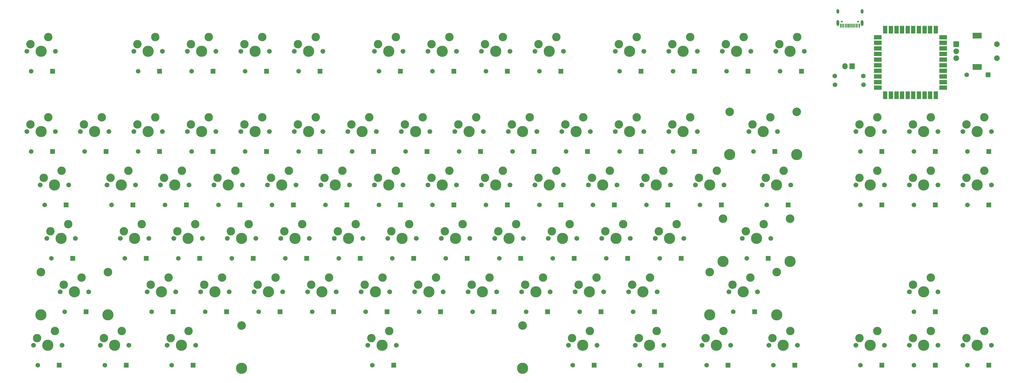
<source format=gbr>
%TF.GenerationSoftware,KiCad,Pcbnew,7.0.2-0*%
%TF.CreationDate,2024-03-15T16:03:43-04:00*%
%TF.ProjectId,75Dash_PCB,37354461-7368-45f5-9043-422e6b696361,rev?*%
%TF.SameCoordinates,Original*%
%TF.FileFunction,Soldermask,Top*%
%TF.FilePolarity,Negative*%
%FSLAX46Y46*%
G04 Gerber Fmt 4.6, Leading zero omitted, Abs format (unit mm)*
G04 Created by KiCad (PCBNEW 7.0.2-0) date 2024-03-15 16:03:43*
%MOMM*%
%LPD*%
G01*
G04 APERTURE LIST*
%ADD10C,1.701800*%
%ADD11C,3.000000*%
%ADD12C,3.987800*%
%ADD13C,1.651000*%
%ADD14R,1.651000X1.651000*%
%ADD15C,3.048000*%
%ADD16C,0.650000*%
%ADD17R,0.600000X1.450000*%
%ADD18R,0.300000X1.450000*%
%ADD19O,1.000000X2.100000*%
%ADD20O,1.000000X1.600000*%
%ADD21R,2.800000X1.500000*%
%ADD22C,1.350000*%
%ADD23O,1.350000X1.350000*%
%ADD24R,1.500000X2.800000*%
%ADD25O,1.905000X2.159000*%
%ADD26R,1.905000X2.159000*%
%ADD27R,2.000000X2.000000*%
%ADD28C,2.000000*%
%ADD29R,3.200000X2.000000*%
G04 APERTURE END LIST*
D10*
%TO.C,MX64*%
X102108000Y-110807500D03*
D11*
X103378000Y-108267500D03*
D12*
X107188000Y-110807500D03*
D11*
X109728000Y-105727500D03*
D10*
X112268000Y-110807500D03*
%TD*%
%TO.C,MX40*%
X202120500Y-72707500D03*
D11*
X203390500Y-70167500D03*
D12*
X207200500Y-72707500D03*
D11*
X209740500Y-67627500D03*
D10*
X212280500Y-72707500D03*
%TD*%
%TO.C,MX19*%
X116395500Y-53657500D03*
D11*
X117665500Y-51117500D03*
D12*
X121475500Y-53657500D03*
D11*
X124015500Y-48577500D03*
D10*
X126555500Y-53657500D03*
%TD*%
D13*
%TO.C,D53*%
X132270500Y-98901250D03*
D14*
X139890500Y-98901250D03*
%TD*%
D13*
%TO.C,D15*%
X41783000Y-60801250D03*
D14*
X49403000Y-60801250D03*
%TD*%
D13*
%TO.C,D7*%
X165608000Y-32226250D03*
D14*
X173228000Y-32226250D03*
%TD*%
D10*
%TO.C,MX45*%
X316420500Y-72707500D03*
D11*
X317690500Y-70167500D03*
D12*
X321500500Y-72707500D03*
D11*
X324040500Y-67627500D03*
D10*
X326580500Y-72707500D03*
%TD*%
%TO.C,MX1*%
X21145500Y-25082500D03*
D11*
X22415500Y-22542500D03*
D12*
X26225500Y-25082500D03*
D11*
X28765500Y-20002500D03*
D10*
X31305500Y-25082500D03*
%TD*%
%TO.C,MX16*%
X59245500Y-53657500D03*
D11*
X60515500Y-51117500D03*
D12*
X64325500Y-53657500D03*
D11*
X66865500Y-48577500D03*
D10*
X69405500Y-53657500D03*
%TD*%
D13*
%TO.C,D42*%
X241808000Y-79851250D03*
D14*
X249428000Y-79851250D03*
%TD*%
D10*
%TO.C,MX65*%
X121158000Y-110807500D03*
D11*
X122428000Y-108267500D03*
D12*
X126238000Y-110807500D03*
D11*
X128778000Y-105727500D03*
D10*
X131318000Y-110807500D03*
%TD*%
D13*
%TO.C,D41*%
X222758000Y-79851250D03*
D14*
X230378000Y-79851250D03*
%TD*%
D13*
%TO.C,D83*%
X337058000Y-137001250D03*
D14*
X344678000Y-137001250D03*
%TD*%
D13*
%TO.C,D9*%
X203708000Y-32226250D03*
D14*
X211328000Y-32226250D03*
%TD*%
D10*
%TO.C,MX3*%
X78295500Y-25082500D03*
D11*
X79565500Y-22542500D03*
D12*
X83375500Y-25082500D03*
D11*
X85915500Y-20002500D03*
D10*
X88455500Y-25082500D03*
%TD*%
D13*
%TO.C,D62*%
X65595500Y-117951250D03*
D14*
X73215500Y-117951250D03*
%TD*%
D15*
%TO.C,MX72*%
X264318750Y-103822500D03*
D12*
X264318750Y-119062500D03*
D10*
X271176750Y-110807500D03*
D11*
X272446750Y-108267500D03*
D12*
X276256750Y-110807500D03*
D11*
X278796750Y-105727500D03*
D10*
X281336750Y-110807500D03*
D15*
X288194750Y-103822500D03*
D12*
X288194750Y-119062500D03*
%TD*%
D10*
%TO.C,MX14*%
X21145500Y-53657500D03*
D11*
X22415500Y-51117500D03*
D12*
X26225500Y-53657500D03*
D11*
X28765500Y-48577500D03*
D10*
X31305500Y-53657500D03*
%TD*%
D13*
%TO.C,D39*%
X184658000Y-79851250D03*
D14*
X192278000Y-79851250D03*
%TD*%
D10*
%TO.C,MX75*%
X47339250Y-129857500D03*
D11*
X48609250Y-127317500D03*
D12*
X52419250Y-129857500D03*
D11*
X54959250Y-124777500D03*
D10*
X57499250Y-129857500D03*
%TD*%
%TO.C,MX36*%
X125920500Y-72707500D03*
D11*
X127190500Y-70167500D03*
D12*
X131000500Y-72707500D03*
D11*
X133540500Y-67627500D03*
D10*
X136080500Y-72707500D03*
%TD*%
%TO.C,MX4*%
X97345500Y-25082500D03*
D11*
X98615500Y-22542500D03*
D12*
X102425500Y-25082500D03*
D11*
X104965500Y-20002500D03*
D10*
X107505500Y-25082500D03*
%TD*%
D13*
%TO.C,D54*%
X151320500Y-98901250D03*
D14*
X158940500Y-98901250D03*
%TD*%
D13*
%TO.C,D19*%
X117983000Y-60801250D03*
D14*
X125603000Y-60801250D03*
%TD*%
D13*
%TO.C,D4*%
X98933000Y-32226250D03*
D14*
X106553000Y-32226250D03*
%TD*%
D13*
%TO.C,D6*%
X146558000Y-32226250D03*
D14*
X154178000Y-32226250D03*
%TD*%
D13*
%TO.C,D75*%
X48926750Y-137001250D03*
D14*
X56546750Y-137001250D03*
%TD*%
D13*
%TO.C,R1*%
X308900000Y-33900000D03*
X319060000Y-33900000D03*
%TD*%
D10*
%TO.C,MX58*%
X225933000Y-91757500D03*
D11*
X227203000Y-89217500D03*
D12*
X231013000Y-91757500D03*
D11*
X233553000Y-86677500D03*
D10*
X236093000Y-91757500D03*
%TD*%
%TO.C,MX42*%
X240220500Y-72707500D03*
D11*
X241490500Y-70167500D03*
D12*
X245300500Y-72707500D03*
D11*
X247840500Y-67627500D03*
D10*
X250380500Y-72707500D03*
%TD*%
%TO.C,MX50*%
X73533000Y-91757500D03*
D11*
X74803000Y-89217500D03*
D12*
X78613000Y-91757500D03*
D11*
X81153000Y-86677500D03*
D10*
X83693000Y-91757500D03*
%TD*%
%TO.C,MX47*%
X354520500Y-72707500D03*
D11*
X355790500Y-70167500D03*
D12*
X359600500Y-72707500D03*
D11*
X362140500Y-67627500D03*
D10*
X364680500Y-72707500D03*
%TD*%
D13*
%TO.C,D81*%
X287051750Y-137001250D03*
D14*
X294671750Y-137001250D03*
%TD*%
D10*
%TO.C,MX68*%
X178308000Y-110807500D03*
D11*
X179578000Y-108267500D03*
D12*
X183388000Y-110807500D03*
D11*
X185928000Y-105727500D03*
D10*
X188468000Y-110807500D03*
%TD*%
%TO.C,MX79*%
X237839250Y-129857500D03*
D11*
X239109250Y-127317500D03*
D12*
X242919250Y-129857500D03*
D11*
X245459250Y-124777500D03*
D10*
X247999250Y-129857500D03*
%TD*%
D13*
%TO.C,D52*%
X113220500Y-98901250D03*
D14*
X120840500Y-98901250D03*
%TD*%
D13*
%TO.C,D30*%
X356108000Y-60801250D03*
D14*
X363728000Y-60801250D03*
%TD*%
D10*
%TO.C,MX28*%
X316420500Y-53657500D03*
D11*
X317690500Y-51117500D03*
D12*
X321500500Y-53657500D03*
D11*
X324040500Y-48577500D03*
D10*
X326580500Y-53657500D03*
%TD*%
D13*
%TO.C,D25*%
X232283000Y-60801250D03*
D14*
X239903000Y-60801250D03*
%TD*%
D13*
%TO.C,D63*%
X84645500Y-117951250D03*
D14*
X92265500Y-117951250D03*
%TD*%
D10*
%TO.C,MX71*%
X235458000Y-110807500D03*
D11*
X236728000Y-108267500D03*
D12*
X240538000Y-110807500D03*
D11*
X243078000Y-105727500D03*
D10*
X245618000Y-110807500D03*
%TD*%
D13*
%TO.C,D82*%
X318008000Y-137001250D03*
D14*
X325628000Y-137001250D03*
%TD*%
D10*
%TO.C,MX81*%
X285464250Y-129857500D03*
D11*
X286734250Y-127317500D03*
D12*
X290544250Y-129857500D03*
D11*
X293084250Y-124777500D03*
D10*
X295624250Y-129857500D03*
%TD*%
%TO.C,MX35*%
X106870500Y-72707500D03*
D11*
X108140500Y-70167500D03*
D12*
X111950500Y-72707500D03*
D11*
X114490500Y-67627500D03*
D10*
X117030500Y-72707500D03*
%TD*%
D13*
%TO.C,D66*%
X141795500Y-117951250D03*
D14*
X149415500Y-117951250D03*
%TD*%
D10*
%TO.C,MX59*%
X244983000Y-91757500D03*
D11*
X246253000Y-89217500D03*
D12*
X250063000Y-91757500D03*
D11*
X252603000Y-86677500D03*
D10*
X255143000Y-91757500D03*
%TD*%
D13*
%TO.C,D35*%
X108458000Y-79851250D03*
D14*
X116078000Y-79851250D03*
%TD*%
D10*
%TO.C,MX15*%
X40195500Y-53657500D03*
D11*
X41465500Y-51117500D03*
D12*
X45275500Y-53657500D03*
D11*
X47815500Y-48577500D03*
D10*
X50355500Y-53657500D03*
%TD*%
D13*
%TO.C,D12*%
X270383000Y-32226250D03*
D14*
X278003000Y-32226250D03*
%TD*%
D10*
%TO.C,MX6*%
X144970500Y-25082500D03*
D11*
X146240500Y-22542500D03*
D12*
X150050500Y-25082500D03*
D11*
X152590500Y-20002500D03*
D10*
X155130500Y-25082500D03*
%TD*%
D13*
%TO.C,D1*%
X22733000Y-32226250D03*
D14*
X30353000Y-32226250D03*
%TD*%
D13*
%TO.C,D50*%
X75120500Y-98901250D03*
D14*
X82740500Y-98901250D03*
%TD*%
D13*
%TO.C,D32*%
X51308000Y-79851250D03*
D14*
X58928000Y-79851250D03*
%TD*%
D10*
%TO.C,MX33*%
X68770500Y-72707500D03*
D11*
X70040500Y-70167500D03*
D12*
X73850500Y-72707500D03*
D11*
X76390500Y-67627500D03*
D10*
X78930500Y-72707500D03*
%TD*%
%TO.C,MX39*%
X183070500Y-72707500D03*
D11*
X184340500Y-70167500D03*
D12*
X188150500Y-72707500D03*
D11*
X190690500Y-67627500D03*
D10*
X193230500Y-72707500D03*
%TD*%
D13*
%TO.C,D5*%
X117983000Y-32226250D03*
D14*
X125603000Y-32226250D03*
%TD*%
D13*
%TO.C,D70*%
X217995500Y-117951250D03*
D14*
X225615500Y-117951250D03*
%TD*%
D13*
%TO.C,D76*%
X72739250Y-137001250D03*
D14*
X80359250Y-137001250D03*
%TD*%
D15*
%TO.C,MX77*%
X97669250Y-122872500D03*
D12*
X97669250Y-138112500D03*
D10*
X142589250Y-129857500D03*
D11*
X143859250Y-127317500D03*
D12*
X147669250Y-129857500D03*
D11*
X150209250Y-124777500D03*
D10*
X152749250Y-129857500D03*
D15*
X197669250Y-122872500D03*
D12*
X197669250Y-138112500D03*
%TD*%
D10*
%TO.C,MX69*%
X197358000Y-110807500D03*
D11*
X198628000Y-108267500D03*
D12*
X202438000Y-110807500D03*
D11*
X204978000Y-105727500D03*
D10*
X207518000Y-110807500D03*
%TD*%
%TO.C,MX13*%
X287845500Y-25082500D03*
D11*
X289115500Y-22542500D03*
D12*
X292925500Y-25082500D03*
D11*
X295465500Y-20002500D03*
D10*
X298005500Y-25082500D03*
%TD*%
D13*
%TO.C,D74*%
X25114250Y-137001250D03*
D14*
X32734250Y-137001250D03*
%TD*%
D10*
%TO.C,MX56*%
X187833000Y-91757500D03*
D11*
X189103000Y-89217500D03*
D12*
X192913000Y-91757500D03*
D11*
X195453000Y-86677500D03*
D10*
X197993000Y-91757500D03*
%TD*%
D13*
%TO.C,D21*%
X156083000Y-60801250D03*
D14*
X163703000Y-60801250D03*
%TD*%
D10*
%TO.C,MX82*%
X316420500Y-129857500D03*
D11*
X317690500Y-127317500D03*
D12*
X321500500Y-129857500D03*
D11*
X324040500Y-124777500D03*
D10*
X326580500Y-129857500D03*
%TD*%
D13*
%TO.C,D59*%
X246570500Y-98901250D03*
D14*
X254190500Y-98901250D03*
%TD*%
D13*
%TO.C,D2*%
X60833000Y-32226250D03*
D14*
X68453000Y-32226250D03*
%TD*%
D10*
%TO.C,MX9*%
X202120500Y-25082500D03*
D11*
X203390500Y-22542500D03*
D12*
X207200500Y-25082500D03*
D11*
X209740500Y-20002500D03*
D10*
X212280500Y-25082500D03*
%TD*%
D13*
%TO.C,D78*%
X215614250Y-137001250D03*
D14*
X223234250Y-137001250D03*
%TD*%
D13*
%TO.C,D14*%
X22733000Y-60801250D03*
D14*
X30353000Y-60801250D03*
%TD*%
D10*
%TO.C,MX66*%
X140208000Y-110807500D03*
D11*
X141478000Y-108267500D03*
D12*
X145288000Y-110807500D03*
D11*
X147828000Y-105727500D03*
D10*
X150368000Y-110807500D03*
%TD*%
%TO.C,MX38*%
X164020500Y-72707500D03*
D11*
X165290500Y-70167500D03*
D12*
X169100500Y-72707500D03*
D11*
X171640500Y-67627500D03*
D10*
X174180500Y-72707500D03*
%TD*%
D13*
%TO.C,D10*%
X232283000Y-32226250D03*
D14*
X239903000Y-32226250D03*
%TD*%
D13*
%TO.C,D46*%
X337058000Y-79851250D03*
D14*
X344678000Y-79851250D03*
%TD*%
D13*
%TO.C,D57*%
X208470500Y-98901250D03*
D14*
X216090500Y-98901250D03*
%TD*%
D10*
%TO.C,MX57*%
X206883000Y-91757500D03*
D11*
X208153000Y-89217500D03*
D12*
X211963000Y-91757500D03*
D11*
X214503000Y-86677500D03*
D10*
X217043000Y-91757500D03*
%TD*%
%TO.C,MX55*%
X168783000Y-91757500D03*
D11*
X170053000Y-89217500D03*
D12*
X173863000Y-91757500D03*
D11*
X176403000Y-86677500D03*
D10*
X178943000Y-91757500D03*
%TD*%
%TO.C,MX5*%
X116395500Y-25082500D03*
D11*
X117665500Y-22542500D03*
D12*
X121475500Y-25082500D03*
D11*
X124015500Y-20002500D03*
D10*
X126555500Y-25082500D03*
%TD*%
%TO.C,MX76*%
X71151750Y-129857500D03*
D11*
X72421750Y-127317500D03*
D12*
X76231750Y-129857500D03*
D11*
X78771750Y-124777500D03*
D10*
X81311750Y-129857500D03*
%TD*%
D13*
%TO.C,D27*%
X279908000Y-60801250D03*
D14*
X287528000Y-60801250D03*
%TD*%
D10*
%TO.C,MX54*%
X149733000Y-91757500D03*
D11*
X151003000Y-89217500D03*
D12*
X154813000Y-91757500D03*
D11*
X157353000Y-86677500D03*
D10*
X159893000Y-91757500D03*
%TD*%
D15*
%TO.C,MX60*%
X269081250Y-84772500D03*
D12*
X269081250Y-100012500D03*
D10*
X275939250Y-91757500D03*
D11*
X277209250Y-89217500D03*
D12*
X281019250Y-91757500D03*
D11*
X283559250Y-86677500D03*
D10*
X286099250Y-91757500D03*
D15*
X292957250Y-84772500D03*
D12*
X292957250Y-100012500D03*
%TD*%
D10*
%TO.C,MX52*%
X111633000Y-91757500D03*
D11*
X112903000Y-89217500D03*
D12*
X116713000Y-91757500D03*
D11*
X119253000Y-86677500D03*
D10*
X121793000Y-91757500D03*
%TD*%
%TO.C,MX30*%
X354520500Y-53657500D03*
D11*
X355790500Y-51117500D03*
D12*
X359600500Y-53657500D03*
D11*
X362140500Y-48577500D03*
D10*
X364680500Y-53657500D03*
%TD*%
D15*
%TO.C,MX27*%
X271462500Y-46672500D03*
D12*
X271462500Y-61912500D03*
D10*
X278320500Y-53657500D03*
D11*
X279590500Y-51117500D03*
D12*
X283400500Y-53657500D03*
D11*
X285940500Y-48577500D03*
D10*
X288480500Y-53657500D03*
D15*
X295338500Y-46672500D03*
D12*
X295338500Y-61912500D03*
%TD*%
D10*
%TO.C,MX32*%
X49720500Y-72707500D03*
D11*
X50990500Y-70167500D03*
D12*
X54800500Y-72707500D03*
D11*
X57340500Y-67627500D03*
D10*
X59880500Y-72707500D03*
%TD*%
D13*
%TO.C,D18*%
X98933000Y-60801250D03*
D14*
X106553000Y-60801250D03*
%TD*%
D13*
%TO.C,D16*%
X60833000Y-60801250D03*
D14*
X68453000Y-60801250D03*
%TD*%
D13*
%TO.C,D36*%
X127508000Y-79851250D03*
D14*
X135128000Y-79851250D03*
%TD*%
D13*
%TO.C,D61*%
X34639250Y-117951250D03*
D14*
X42259250Y-117951250D03*
%TD*%
D13*
%TO.C,D73*%
X337058000Y-117951250D03*
D14*
X344678000Y-117951250D03*
%TD*%
D10*
%TO.C,MX7*%
X164020500Y-25082500D03*
D11*
X165290500Y-22542500D03*
D12*
X169100500Y-25082500D03*
D11*
X171640500Y-20002500D03*
D10*
X174180500Y-25082500D03*
%TD*%
D13*
%TO.C,D23*%
X194183000Y-60801250D03*
D14*
X201803000Y-60801250D03*
%TD*%
D13*
%TO.C,D3*%
X79883000Y-32226250D03*
D14*
X87503000Y-32226250D03*
%TD*%
D10*
%TO.C,MX46*%
X335470500Y-72707500D03*
D11*
X336740500Y-70167500D03*
D12*
X340550500Y-72707500D03*
D11*
X343090500Y-67627500D03*
D10*
X345630500Y-72707500D03*
%TD*%
D13*
%TO.C,D45*%
X318008000Y-79851250D03*
D14*
X325628000Y-79851250D03*
%TD*%
D13*
%TO.C,D64*%
X103695500Y-117951250D03*
D14*
X111315500Y-117951250D03*
%TD*%
D10*
%TO.C,MX11*%
X249745500Y-25082500D03*
D11*
X251015500Y-22542500D03*
D12*
X254825500Y-25082500D03*
D11*
X257365500Y-20002500D03*
D10*
X259905500Y-25082500D03*
%TD*%
D13*
%TO.C,D26*%
X251333000Y-60801250D03*
D14*
X258953000Y-60801250D03*
%TD*%
D10*
%TO.C,MX78*%
X214026750Y-129857500D03*
D11*
X215296750Y-127317500D03*
D12*
X219106750Y-129857500D03*
D11*
X221646750Y-124777500D03*
D10*
X224186750Y-129857500D03*
%TD*%
D13*
%TO.C,D11*%
X251333000Y-32226250D03*
D14*
X258953000Y-32226250D03*
%TD*%
D13*
%TO.C,D71*%
X237045500Y-117951250D03*
D14*
X244665500Y-117951250D03*
%TD*%
D13*
%TO.C,D79*%
X239426750Y-137001250D03*
D14*
X247046750Y-137001250D03*
%TD*%
D13*
%TO.C,D56*%
X189420500Y-98901250D03*
D14*
X197040500Y-98901250D03*
%TD*%
D13*
%TO.C,R2*%
X308920000Y-37050000D03*
X319080000Y-37050000D03*
%TD*%
%TO.C,D28*%
X318008000Y-60801250D03*
D14*
X325628000Y-60801250D03*
%TD*%
D10*
%TO.C,MX53*%
X130683000Y-91757500D03*
D11*
X131953000Y-89217500D03*
D12*
X135763000Y-91757500D03*
D11*
X138303000Y-86677500D03*
D10*
X140843000Y-91757500D03*
%TD*%
%TO.C,MX63*%
X83058000Y-110807500D03*
D11*
X84328000Y-108267500D03*
D12*
X88138000Y-110807500D03*
D11*
X90678000Y-105727500D03*
D10*
X93218000Y-110807500D03*
%TD*%
%TO.C,MX67*%
X159258000Y-110807500D03*
D11*
X160528000Y-108267500D03*
D12*
X164338000Y-110807500D03*
D11*
X166878000Y-105727500D03*
D10*
X169418000Y-110807500D03*
%TD*%
D13*
%TO.C,D20*%
X137033000Y-60801250D03*
D14*
X144653000Y-60801250D03*
%TD*%
D15*
%TO.C,MX61*%
X26193750Y-103822500D03*
D12*
X26193750Y-119062500D03*
D10*
X33051750Y-110807500D03*
D11*
X34321750Y-108267500D03*
D12*
X38131750Y-110807500D03*
D11*
X40671750Y-105727500D03*
D10*
X43211750Y-110807500D03*
D15*
X50069750Y-103822500D03*
D12*
X50069750Y-119062500D03*
%TD*%
D13*
%TO.C,D60*%
X277526750Y-98901250D03*
D14*
X285146750Y-98901250D03*
%TD*%
D10*
%TO.C,MX2*%
X59245500Y-25082500D03*
D11*
X60515500Y-22542500D03*
D12*
X64325500Y-25082500D03*
D11*
X66865500Y-20002500D03*
D10*
X69405500Y-25082500D03*
%TD*%
D16*
%TO.C,J1*%
X317215000Y-14506250D03*
X311435000Y-14506250D03*
D17*
X317575000Y-15951250D03*
X316775000Y-15951250D03*
D18*
X315575000Y-15951250D03*
X314575000Y-15951250D03*
X314075000Y-15951250D03*
X313075000Y-15951250D03*
D17*
X311875000Y-15951250D03*
X311075000Y-15951250D03*
X311075000Y-15951250D03*
X311875000Y-15951250D03*
D18*
X312575000Y-15951250D03*
X313575000Y-15951250D03*
X315075000Y-15951250D03*
X316075000Y-15951250D03*
D17*
X316775000Y-15951250D03*
X317575000Y-15951250D03*
D19*
X318645000Y-15036250D03*
D20*
X318645000Y-10856250D03*
D19*
X310005000Y-15036250D03*
D20*
X310005000Y-10856250D03*
%TD*%
D10*
%TO.C,MX51*%
X92583000Y-91757500D03*
D11*
X93853000Y-89217500D03*
D12*
X97663000Y-91757500D03*
D11*
X100203000Y-86677500D03*
D10*
X102743000Y-91757500D03*
%TD*%
%TO.C,MX29*%
X335470500Y-53657500D03*
D11*
X336740500Y-51117500D03*
D12*
X340550500Y-53657500D03*
D11*
X343090500Y-48577500D03*
D10*
X345630500Y-53657500D03*
%TD*%
D13*
%TO.C,D13*%
X289433000Y-32226250D03*
D14*
X297053000Y-32226250D03*
%TD*%
D13*
%TO.C,D77*%
X144176750Y-137001250D03*
D14*
X151796750Y-137001250D03*
%TD*%
D13*
%TO.C,D34*%
X89408000Y-79851250D03*
D14*
X97028000Y-79851250D03*
%TD*%
D10*
%TO.C,MX83*%
X335470500Y-129857500D03*
D11*
X336740500Y-127317500D03*
D12*
X340550500Y-129857500D03*
D11*
X343090500Y-124777500D03*
D10*
X345630500Y-129857500D03*
%TD*%
D13*
%TO.C,D47*%
X356108000Y-79851250D03*
D14*
X363728000Y-79851250D03*
%TD*%
D13*
%TO.C,D58*%
X227520500Y-98901250D03*
D14*
X235140500Y-98901250D03*
%TD*%
D13*
%TO.C,D29*%
X337058000Y-60801250D03*
D14*
X344678000Y-60801250D03*
%TD*%
D10*
%TO.C,MX34*%
X87820500Y-72707500D03*
D11*
X89090500Y-70167500D03*
D12*
X92900500Y-72707500D03*
D11*
X95440500Y-67627500D03*
D10*
X97980500Y-72707500D03*
%TD*%
D13*
%TO.C,D55*%
X170370500Y-98901250D03*
D14*
X177990500Y-98901250D03*
%TD*%
D13*
%TO.C,D22*%
X175133000Y-60801250D03*
D14*
X182753000Y-60801250D03*
%TD*%
D13*
%TO.C,D49*%
X56070500Y-98901250D03*
D14*
X63690500Y-98901250D03*
%TD*%
D10*
%TO.C,MX20*%
X135445500Y-53657500D03*
D11*
X136715500Y-51117500D03*
D12*
X140525500Y-53657500D03*
D11*
X143065500Y-48577500D03*
D10*
X145605500Y-53657500D03*
%TD*%
D13*
%TO.C,D86*%
X355890000Y-33500000D03*
D14*
X363510000Y-33500000D03*
%TD*%
D10*
%TO.C,MX25*%
X230695500Y-53657500D03*
D11*
X231965500Y-51117500D03*
D12*
X235775500Y-53657500D03*
D11*
X238315500Y-48577500D03*
D10*
X240855500Y-53657500D03*
%TD*%
D21*
%TO.C,U1*%
X324200000Y-20050000D03*
D22*
X324850000Y-20050000D03*
D21*
X324200000Y-22050000D03*
D23*
X324850000Y-22050000D03*
D21*
X324200000Y-24050000D03*
D23*
X324850000Y-24050000D03*
D21*
X324200000Y-26050000D03*
D23*
X324850000Y-26050000D03*
D21*
X324200000Y-28050000D03*
D23*
X324850000Y-28050000D03*
D21*
X324200000Y-30050000D03*
D23*
X324850000Y-30050000D03*
D21*
X324200000Y-32050000D03*
D23*
X324850000Y-32050000D03*
D21*
X324200000Y-34050000D03*
D23*
X324850000Y-34050000D03*
D21*
X324200000Y-36050000D03*
D23*
X324850000Y-36050000D03*
D21*
X324200000Y-38050000D03*
D23*
X324850000Y-38050000D03*
X326850000Y-40050000D03*
D24*
X326850000Y-40700000D03*
D23*
X328850000Y-40050000D03*
D24*
X328850000Y-40700000D03*
D23*
X330850000Y-40050000D03*
D24*
X330850000Y-40700000D03*
D23*
X332850000Y-40050000D03*
D24*
X332850000Y-40700000D03*
D23*
X334850000Y-40050000D03*
D24*
X334850000Y-40700000D03*
D23*
X336850000Y-40050000D03*
D24*
X336850000Y-40700000D03*
D23*
X338850000Y-40050000D03*
D24*
X338850000Y-40700000D03*
D23*
X340850000Y-40050000D03*
D24*
X340850000Y-40700000D03*
D23*
X342850000Y-40050000D03*
D24*
X342850000Y-40700000D03*
D23*
X344850000Y-40050000D03*
D24*
X344850000Y-40700000D03*
D23*
X346850000Y-38050000D03*
D21*
X347500000Y-38050000D03*
D23*
X346850000Y-36050000D03*
D21*
X347500000Y-36050000D03*
D23*
X346850000Y-34050000D03*
D21*
X347500000Y-34050000D03*
D23*
X346850000Y-32050000D03*
D21*
X347500000Y-32050000D03*
D23*
X346850000Y-30050000D03*
D21*
X347500000Y-30050000D03*
D23*
X346850000Y-28050000D03*
D21*
X347500000Y-28050000D03*
D23*
X346850000Y-26050000D03*
D21*
X347500000Y-26050000D03*
D23*
X346850000Y-24050000D03*
D21*
X347500000Y-24050000D03*
D23*
X346850000Y-22050000D03*
D21*
X347500000Y-22050000D03*
D23*
X346850000Y-20050000D03*
D21*
X347500000Y-20050000D03*
D24*
X344850000Y-17400000D03*
D23*
X344850000Y-18050000D03*
D24*
X342850000Y-17400000D03*
D23*
X342850000Y-18050000D03*
D24*
X340850000Y-17400000D03*
D23*
X340850000Y-18050000D03*
D24*
X338850000Y-17400000D03*
D23*
X338850000Y-18050000D03*
D24*
X336850000Y-17400000D03*
D23*
X336850000Y-18050000D03*
D24*
X334850000Y-17400000D03*
D23*
X334850000Y-18050000D03*
D24*
X332850000Y-17400000D03*
D23*
X332850000Y-18050000D03*
D24*
X330850000Y-17400000D03*
D23*
X330850000Y-18050000D03*
D24*
X328850000Y-17400000D03*
D23*
X328850000Y-18050000D03*
D24*
X326850000Y-17400000D03*
D23*
X326850000Y-18050000D03*
%TD*%
D10*
%TO.C,MX10*%
X230695500Y-25082500D03*
D11*
X231965500Y-22542500D03*
D12*
X235775500Y-25082500D03*
D11*
X238315500Y-20002500D03*
D10*
X240855500Y-25082500D03*
%TD*%
%TO.C,MX48*%
X28289250Y-91757500D03*
D11*
X29559250Y-89217500D03*
D12*
X33369250Y-91757500D03*
D11*
X35909250Y-86677500D03*
D10*
X38449250Y-91757500D03*
%TD*%
D13*
%TO.C,D51*%
X94170500Y-98901250D03*
D14*
X101790500Y-98901250D03*
%TD*%
D10*
%TO.C,MX70*%
X216408000Y-110807500D03*
D11*
X217678000Y-108267500D03*
D12*
X221488000Y-110807500D03*
D11*
X224028000Y-105727500D03*
D10*
X226568000Y-110807500D03*
%TD*%
D13*
%TO.C,D43*%
X260858000Y-79851250D03*
D14*
X268478000Y-79851250D03*
%TD*%
D13*
%TO.C,D80*%
X263239250Y-137001250D03*
D14*
X270859250Y-137001250D03*
%TD*%
D10*
%TO.C,MX43*%
X259270500Y-72707500D03*
D11*
X260540500Y-70167500D03*
D12*
X264350500Y-72707500D03*
D11*
X266890500Y-67627500D03*
D10*
X269430500Y-72707500D03*
%TD*%
%TO.C,MX8*%
X183070500Y-25082500D03*
D11*
X184340500Y-22542500D03*
D12*
X188150500Y-25082500D03*
D11*
X190690500Y-20002500D03*
D10*
X193230500Y-25082500D03*
%TD*%
D13*
%TO.C,D44*%
X284670500Y-79851250D03*
D14*
X292290500Y-79851250D03*
%TD*%
D10*
%TO.C,MX12*%
X268795500Y-25082500D03*
D11*
X270065500Y-22542500D03*
D12*
X273875500Y-25082500D03*
D11*
X276415500Y-20002500D03*
D10*
X278955500Y-25082500D03*
%TD*%
%TO.C,MX84*%
X354520500Y-129857500D03*
D11*
X355790500Y-127317500D03*
D12*
X359600500Y-129857500D03*
D11*
X362140500Y-124777500D03*
D10*
X364680500Y-129857500D03*
%TD*%
%TO.C,MX62*%
X64008000Y-110807500D03*
D11*
X65278000Y-108267500D03*
D12*
X69088000Y-110807500D03*
D11*
X71628000Y-105727500D03*
D10*
X74168000Y-110807500D03*
%TD*%
D13*
%TO.C,D31*%
X27495500Y-79851250D03*
D14*
X35115500Y-79851250D03*
%TD*%
D25*
%TO.C,D85*%
X312480000Y-30400000D03*
D26*
X315020000Y-30400000D03*
%TD*%
D10*
%TO.C,MX18*%
X97345500Y-53657500D03*
D11*
X98615500Y-51117500D03*
D12*
X102425500Y-53657500D03*
D11*
X104965500Y-48577500D03*
D10*
X107505500Y-53657500D03*
%TD*%
%TO.C,MX80*%
X261651750Y-129857500D03*
D11*
X262921750Y-127317500D03*
D12*
X266731750Y-129857500D03*
D11*
X269271750Y-124777500D03*
D10*
X271811750Y-129857500D03*
%TD*%
%TO.C,MX73*%
X335470500Y-110807500D03*
D11*
X336740500Y-108267500D03*
D12*
X340550500Y-110807500D03*
D11*
X343090500Y-105727500D03*
D10*
X345630500Y-110807500D03*
%TD*%
D13*
%TO.C,D48*%
X29876750Y-98901250D03*
D14*
X37496750Y-98901250D03*
%TD*%
D10*
%TO.C,MX21*%
X154495500Y-53657500D03*
D11*
X155765500Y-51117500D03*
D12*
X159575500Y-53657500D03*
D11*
X162115500Y-48577500D03*
D10*
X164655500Y-53657500D03*
%TD*%
D13*
%TO.C,D68*%
X179895500Y-117951250D03*
D14*
X187515500Y-117951250D03*
%TD*%
D13*
%TO.C,D17*%
X79883000Y-60801250D03*
D14*
X87503000Y-60801250D03*
%TD*%
D13*
%TO.C,D40*%
X203708000Y-79851250D03*
D14*
X211328000Y-79851250D03*
%TD*%
D10*
%TO.C,MX41*%
X221170500Y-72707500D03*
D11*
X222440500Y-70167500D03*
D12*
X226250500Y-72707500D03*
D11*
X228790500Y-67627500D03*
D10*
X231330500Y-72707500D03*
%TD*%
D27*
%TO.C,SW2*%
X352100000Y-22550000D03*
D28*
X352100000Y-27550000D03*
X352100000Y-25050000D03*
D29*
X359600000Y-19450000D03*
X359600000Y-30650000D03*
D28*
X366600000Y-27550000D03*
X366600000Y-22550000D03*
%TD*%
D10*
%TO.C,MX24*%
X211645500Y-53657500D03*
D11*
X212915500Y-51117500D03*
D12*
X216725500Y-53657500D03*
D11*
X219265500Y-48577500D03*
D10*
X221805500Y-53657500D03*
%TD*%
%TO.C,MX37*%
X144970500Y-72707500D03*
D11*
X146240500Y-70167500D03*
D12*
X150050500Y-72707500D03*
D11*
X152590500Y-67627500D03*
D10*
X155130500Y-72707500D03*
%TD*%
D13*
%TO.C,D84*%
X356108000Y-137001250D03*
D14*
X363728000Y-137001250D03*
%TD*%
D13*
%TO.C,D37*%
X146558000Y-79851250D03*
D14*
X154178000Y-79851250D03*
%TD*%
D13*
%TO.C,D38*%
X165608000Y-79851250D03*
D14*
X173228000Y-79851250D03*
%TD*%
D10*
%TO.C,MX44*%
X283083000Y-72707500D03*
D11*
X284353000Y-70167500D03*
D12*
X288163000Y-72707500D03*
D11*
X290703000Y-67627500D03*
D10*
X293243000Y-72707500D03*
%TD*%
D13*
%TO.C,D24*%
X213233000Y-60801250D03*
D14*
X220853000Y-60801250D03*
%TD*%
D13*
%TO.C,D8*%
X184658000Y-32226250D03*
D14*
X192278000Y-32226250D03*
%TD*%
D13*
%TO.C,D67*%
X160845500Y-117951250D03*
D14*
X168465500Y-117951250D03*
%TD*%
D10*
%TO.C,MX26*%
X249745500Y-53657500D03*
D11*
X251015500Y-51117500D03*
D12*
X254825500Y-53657500D03*
D11*
X257365500Y-48577500D03*
D10*
X259905500Y-53657500D03*
%TD*%
%TO.C,MX22*%
X173545500Y-53657500D03*
D11*
X174815500Y-51117500D03*
D12*
X178625500Y-53657500D03*
D11*
X181165500Y-48577500D03*
D10*
X183705500Y-53657500D03*
%TD*%
%TO.C,MX74*%
X23526750Y-129857500D03*
D11*
X24796750Y-127317500D03*
D12*
X28606750Y-129857500D03*
D11*
X31146750Y-124777500D03*
D10*
X33686750Y-129857500D03*
%TD*%
%TO.C,MX23*%
X192595500Y-53657500D03*
D11*
X193865500Y-51117500D03*
D12*
X197675500Y-53657500D03*
D11*
X200215500Y-48577500D03*
D10*
X202755500Y-53657500D03*
%TD*%
D13*
%TO.C,D69*%
X198945500Y-117951250D03*
D14*
X206565500Y-117951250D03*
%TD*%
D10*
%TO.C,MX31*%
X25908000Y-72707500D03*
D11*
X27178000Y-70167500D03*
D12*
X30988000Y-72707500D03*
D11*
X33528000Y-67627500D03*
D10*
X36068000Y-72707500D03*
%TD*%
D13*
%TO.C,D72*%
X272764250Y-117951250D03*
D14*
X280384250Y-117951250D03*
%TD*%
D10*
%TO.C,MX17*%
X78295500Y-53657500D03*
D11*
X79565500Y-51117500D03*
D12*
X83375500Y-53657500D03*
D11*
X85915500Y-48577500D03*
D10*
X88455500Y-53657500D03*
%TD*%
D13*
%TO.C,D33*%
X70358000Y-79851250D03*
D14*
X77978000Y-79851250D03*
%TD*%
D10*
%TO.C,MX49*%
X54483000Y-91757500D03*
D11*
X55753000Y-89217500D03*
D12*
X59563000Y-91757500D03*
D11*
X62103000Y-86677500D03*
D10*
X64643000Y-91757500D03*
%TD*%
D13*
%TO.C,D65*%
X122745500Y-117951250D03*
D14*
X130365500Y-117951250D03*
%TD*%
M02*

</source>
